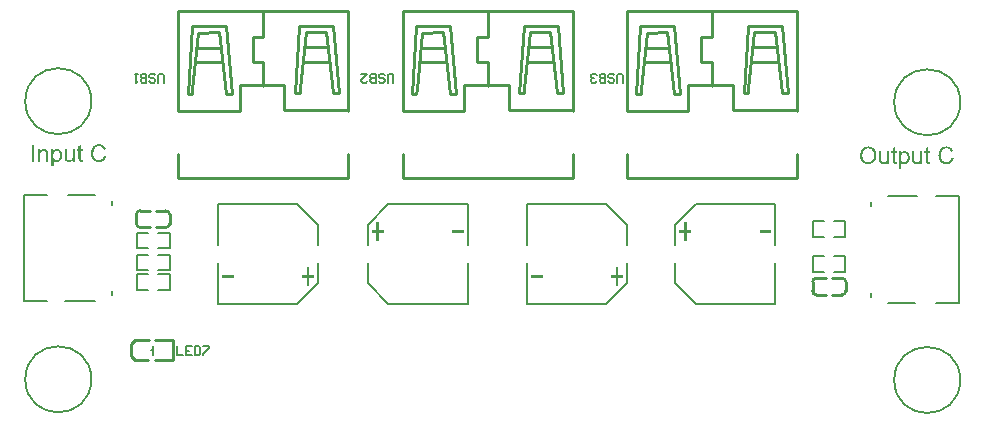
<source format=gto>
G04*
G04 #@! TF.GenerationSoftware,Altium Limited,Altium Designer,19.0.4 (130)*
G04*
G04 Layer_Color=65535*
%FSLAX24Y24*%
%MOIN*%
G70*
G01*
G75*
%ADD10C,0.0059*%
%ADD11C,0.0100*%
%ADD12C,0.0060*%
%ADD13C,0.0080*%
G36*
X39943Y39889D02*
Y39791D01*
X40335D01*
Y39889D01*
X39943D01*
D01*
D02*
G37*
G36*
X42867D02*
X43014D01*
Y39791D01*
X42867D01*
Y39513D01*
X42769D01*
Y39791D01*
X42622D01*
Y39889D01*
X42769D01*
Y40167D01*
X42867D01*
Y39889D01*
D02*
G37*
G36*
X45188Y41392D02*
X45335D01*
Y41294D01*
X45188D01*
Y41017D01*
X45090D01*
Y41294D01*
X44942D01*
Y41392D01*
X45090D01*
Y41670D01*
X45188D01*
Y41392D01*
D02*
G37*
G36*
X48014Y41294D02*
Y41392D01*
X47622D01*
Y41294D01*
X48014D01*
D01*
D02*
G37*
G36*
X50635Y39791D02*
X50243D01*
Y39889D01*
X50635D01*
Y39791D01*
D02*
G37*
G36*
X53167Y39889D02*
X53314D01*
Y39791D01*
X53167D01*
Y39513D01*
X53069D01*
Y39791D01*
X52922D01*
Y39889D01*
X53069D01*
Y40167D01*
X53167D01*
Y39889D01*
D02*
G37*
G36*
X55438Y41392D02*
X55585D01*
Y41294D01*
X55438D01*
Y41017D01*
X55340D01*
Y41294D01*
X55192D01*
Y41392D01*
X55340D01*
Y41670D01*
X55438D01*
Y41392D01*
D02*
G37*
G36*
X58264Y41294D02*
Y41392D01*
X57872D01*
Y41294D01*
X58264D01*
D01*
D02*
G37*
G36*
X64118Y44178D02*
X64125Y44177D01*
X64133Y44176D01*
X64143Y44175D01*
X64153Y44173D01*
X64164Y44171D01*
X64176Y44168D01*
X64188Y44164D01*
X64200Y44160D01*
X64212Y44155D01*
X64224Y44149D01*
X64236Y44142D01*
X64247Y44135D01*
X64247Y44134D01*
X64250Y44132D01*
X64252Y44130D01*
X64256Y44127D01*
X64261Y44122D01*
X64266Y44117D01*
X64272Y44110D01*
X64279Y44103D01*
X64286Y44094D01*
X64293Y44086D01*
X64299Y44076D01*
X64306Y44064D01*
X64313Y44053D01*
X64319Y44040D01*
X64324Y44027D01*
X64329Y44012D01*
X64254Y43995D01*
Y43995D01*
X64253Y43998D01*
X64252Y44001D01*
X64250Y44005D01*
X64249Y44010D01*
X64246Y44016D01*
X64243Y44022D01*
X64240Y44029D01*
X64231Y44044D01*
X64221Y44059D01*
X64210Y44073D01*
X64203Y44079D01*
X64196Y44085D01*
X64196Y44086D01*
X64195Y44086D01*
X64192Y44088D01*
X64190Y44089D01*
X64186Y44092D01*
X64181Y44094D01*
X64176Y44097D01*
X64170Y44099D01*
X64164Y44102D01*
X64157Y44105D01*
X64149Y44107D01*
X64140Y44110D01*
X64122Y44113D01*
X64112Y44113D01*
X64102Y44114D01*
X64095D01*
X64090Y44113D01*
X64085Y44113D01*
X64078Y44112D01*
X64071Y44111D01*
X64063Y44110D01*
X64045Y44106D01*
X64036Y44104D01*
X64027Y44101D01*
X64018Y44097D01*
X64008Y44093D01*
X64000Y44088D01*
X63991Y44082D01*
X63991Y44082D01*
X63990Y44081D01*
X63987Y44079D01*
X63984Y44077D01*
X63981Y44073D01*
X63976Y44069D01*
X63972Y44065D01*
X63967Y44060D01*
X63962Y44054D01*
X63957Y44048D01*
X63952Y44040D01*
X63947Y44033D01*
X63942Y44025D01*
X63937Y44016D01*
X63933Y44007D01*
X63929Y43997D01*
Y43996D01*
X63929Y43995D01*
X63928Y43992D01*
X63927Y43988D01*
X63925Y43983D01*
X63924Y43977D01*
X63922Y43971D01*
X63920Y43964D01*
X63919Y43956D01*
X63917Y43947D01*
X63914Y43928D01*
X63912Y43908D01*
X63912Y43888D01*
Y43887D01*
Y43884D01*
Y43881D01*
X63912Y43876D01*
Y43869D01*
X63913Y43862D01*
X63913Y43854D01*
X63914Y43844D01*
X63915Y43835D01*
X63917Y43825D01*
X63920Y43803D01*
X63925Y43781D01*
X63933Y43760D01*
Y43760D01*
X63934Y43758D01*
X63935Y43755D01*
X63937Y43751D01*
X63939Y43747D01*
X63942Y43742D01*
X63949Y43730D01*
X63958Y43717D01*
X63969Y43703D01*
X63983Y43691D01*
X63991Y43685D01*
X63998Y43679D01*
X63999Y43679D01*
X64001Y43678D01*
X64003Y43677D01*
X64006Y43676D01*
X64010Y43673D01*
X64015Y43671D01*
X64021Y43669D01*
X64027Y43666D01*
X64034Y43664D01*
X64042Y43661D01*
X64058Y43657D01*
X64076Y43654D01*
X64086Y43653D01*
X64095Y43653D01*
X64102D01*
X64106Y43653D01*
X64112Y43654D01*
X64118Y43654D01*
X64125Y43656D01*
X64133Y43657D01*
X64149Y43662D01*
X64158Y43664D01*
X64168Y43668D01*
X64177Y43672D01*
X64186Y43677D01*
X64195Y43683D01*
X64203Y43689D01*
X64203Y43690D01*
X64205Y43691D01*
X64207Y43693D01*
X64210Y43696D01*
X64213Y43700D01*
X64218Y43705D01*
X64222Y43710D01*
X64227Y43716D01*
X64232Y43724D01*
X64237Y43732D01*
X64242Y43741D01*
X64247Y43750D01*
X64251Y43761D01*
X64255Y43773D01*
X64259Y43785D01*
X64262Y43798D01*
X64338Y43779D01*
Y43778D01*
X64337Y43775D01*
X64335Y43770D01*
X64334Y43764D01*
X64331Y43756D01*
X64328Y43747D01*
X64323Y43737D01*
X64319Y43726D01*
X64313Y43715D01*
X64307Y43703D01*
X64300Y43691D01*
X64292Y43679D01*
X64283Y43668D01*
X64274Y43657D01*
X64264Y43646D01*
X64252Y43637D01*
X64252Y43636D01*
X64250Y43634D01*
X64246Y43632D01*
X64241Y43629D01*
X64235Y43625D01*
X64228Y43622D01*
X64220Y43617D01*
X64211Y43613D01*
X64200Y43608D01*
X64188Y43604D01*
X64176Y43599D01*
X64163Y43596D01*
X64148Y43593D01*
X64134Y43590D01*
X64118Y43589D01*
X64102Y43588D01*
X64093D01*
X64086Y43589D01*
X64078Y43589D01*
X64069Y43590D01*
X64059Y43591D01*
X64048Y43593D01*
X64036Y43595D01*
X64024Y43597D01*
X64012Y43600D01*
X63999Y43604D01*
X63987Y43608D01*
X63974Y43613D01*
X63962Y43619D01*
X63951Y43625D01*
X63951Y43626D01*
X63949Y43627D01*
X63946Y43629D01*
X63942Y43633D01*
X63937Y43636D01*
X63932Y43641D01*
X63925Y43647D01*
X63919Y43653D01*
X63912Y43661D01*
X63904Y43668D01*
X63897Y43677D01*
X63890Y43687D01*
X63883Y43698D01*
X63876Y43709D01*
X63870Y43721D01*
X63864Y43734D01*
X63863Y43735D01*
X63863Y43737D01*
X63861Y43741D01*
X63859Y43746D01*
X63857Y43753D01*
X63854Y43761D01*
X63851Y43770D01*
X63849Y43780D01*
X63846Y43791D01*
X63843Y43803D01*
X63841Y43815D01*
X63838Y43829D01*
X63836Y43843D01*
X63835Y43857D01*
X63834Y43872D01*
X63834Y43887D01*
Y43888D01*
Y43891D01*
Y43896D01*
X63834Y43902D01*
X63835Y43910D01*
X63835Y43919D01*
X63836Y43929D01*
X63838Y43940D01*
X63840Y43952D01*
X63842Y43964D01*
X63845Y43977D01*
X63848Y43990D01*
X63852Y44004D01*
X63856Y44017D01*
X63861Y44030D01*
X63868Y44043D01*
X63868Y44043D01*
X63869Y44045D01*
X63871Y44049D01*
X63874Y44054D01*
X63878Y44059D01*
X63881Y44065D01*
X63886Y44073D01*
X63893Y44081D01*
X63899Y44088D01*
X63906Y44097D01*
X63914Y44105D01*
X63923Y44113D01*
X63932Y44122D01*
X63942Y44130D01*
X63953Y44137D01*
X63964Y44144D01*
X63965Y44145D01*
X63967Y44146D01*
X63971Y44147D01*
X63976Y44150D01*
X63981Y44152D01*
X63988Y44155D01*
X63996Y44158D01*
X64006Y44161D01*
X64015Y44165D01*
X64026Y44167D01*
X64037Y44171D01*
X64050Y44173D01*
X64063Y44175D01*
X64075Y44177D01*
X64089Y44178D01*
X64103Y44179D01*
X64112D01*
X64118Y44178D01*
D02*
G37*
G36*
X62709Y44020D02*
X62713D01*
X62719Y44019D01*
X62725Y44019D01*
X62732Y44018D01*
X62746Y44014D01*
X62762Y44009D01*
X62770Y44006D01*
X62778Y44003D01*
X62785Y43999D01*
X62793Y43994D01*
X62794Y43993D01*
X62795Y43993D01*
X62797Y43991D01*
X62800Y43989D01*
X62803Y43986D01*
X62807Y43983D01*
X62811Y43979D01*
X62816Y43974D01*
X62821Y43969D01*
X62826Y43963D01*
X62831Y43956D01*
X62836Y43950D01*
X62841Y43942D01*
X62846Y43934D01*
X62854Y43916D01*
Y43916D01*
X62855Y43914D01*
X62857Y43911D01*
X62858Y43907D01*
X62859Y43903D01*
X62861Y43897D01*
X62863Y43891D01*
X62865Y43884D01*
X62867Y43876D01*
X62869Y43868D01*
X62871Y43859D01*
X62872Y43849D01*
X62874Y43829D01*
X62876Y43808D01*
Y43807D01*
Y43805D01*
Y43801D01*
X62875Y43797D01*
Y43791D01*
X62874Y43785D01*
X62874Y43778D01*
X62873Y43770D01*
X62872Y43761D01*
X62870Y43752D01*
X62866Y43732D01*
X62860Y43712D01*
X62853Y43693D01*
Y43692D01*
X62852Y43691D01*
X62850Y43688D01*
X62848Y43685D01*
X62846Y43680D01*
X62843Y43676D01*
X62836Y43664D01*
X62827Y43652D01*
X62815Y43639D01*
X62802Y43626D01*
X62786Y43615D01*
X62786Y43614D01*
X62785Y43614D01*
X62782Y43613D01*
X62779Y43611D01*
X62775Y43609D01*
X62770Y43607D01*
X62765Y43604D01*
X62759Y43602D01*
X62752Y43599D01*
X62745Y43597D01*
X62730Y43593D01*
X62713Y43589D01*
X62704Y43589D01*
X62695Y43588D01*
X62689D01*
X62686Y43589D01*
X62682D01*
X62674Y43590D01*
X62664Y43591D01*
X62654Y43594D01*
X62643Y43598D01*
X62632Y43603D01*
X62632D01*
X62631Y43603D01*
X62628Y43605D01*
X62623Y43608D01*
X62616Y43613D01*
X62609Y43618D01*
X62601Y43624D01*
X62594Y43632D01*
X62586Y43640D01*
Y43439D01*
X62516D01*
Y44011D01*
X62580D01*
Y43958D01*
X62581Y43959D01*
X62583Y43960D01*
X62584Y43962D01*
X62589Y43969D01*
X62595Y43975D01*
X62603Y43983D01*
X62611Y43991D01*
X62620Y43998D01*
X62631Y44005D01*
X62632D01*
X62632Y44005D01*
X62634Y44006D01*
X62636Y44008D01*
X62639Y44009D01*
X62642Y44010D01*
X62651Y44013D01*
X62661Y44016D01*
X62672Y44019D01*
X62686Y44020D01*
X62700Y44021D01*
X62705D01*
X62709Y44020D01*
D02*
G37*
G36*
X63293Y43598D02*
X63230D01*
Y43658D01*
X63230Y43657D01*
X63228Y43655D01*
X63225Y43651D01*
X63221Y43647D01*
X63216Y43642D01*
X63211Y43636D01*
X63204Y43629D01*
X63196Y43623D01*
X63187Y43617D01*
X63177Y43610D01*
X63166Y43604D01*
X63155Y43599D01*
X63142Y43595D01*
X63129Y43591D01*
X63114Y43589D01*
X63099Y43588D01*
X63093D01*
X63090Y43589D01*
X63086D01*
X63077Y43590D01*
X63067Y43591D01*
X63055Y43594D01*
X63043Y43598D01*
X63031Y43602D01*
X63030D01*
X63030Y43603D01*
X63028Y43604D01*
X63026Y43605D01*
X63020Y43608D01*
X63013Y43612D01*
X63005Y43617D01*
X62998Y43623D01*
X62990Y43629D01*
X62984Y43637D01*
X62983Y43638D01*
X62981Y43641D01*
X62979Y43646D01*
X62975Y43652D01*
X62972Y43659D01*
X62969Y43668D01*
X62965Y43678D01*
X62962Y43689D01*
Y43690D01*
X62962Y43693D01*
X62961Y43698D01*
X62961Y43705D01*
X62960Y43715D01*
X62959Y43726D01*
X62959Y43739D01*
Y43755D01*
Y44011D01*
X63029D01*
Y43781D01*
Y43781D01*
Y43779D01*
Y43776D01*
Y43773D01*
Y43768D01*
Y43763D01*
X63029Y43751D01*
X63030Y43739D01*
X63030Y43727D01*
X63031Y43721D01*
X63032Y43716D01*
X63032Y43711D01*
X63033Y43707D01*
Y43707D01*
X63033Y43706D01*
X63034Y43703D01*
X63036Y43698D01*
X63039Y43692D01*
X63043Y43685D01*
X63047Y43677D01*
X63053Y43670D01*
X63060Y43664D01*
X63062Y43663D01*
X63064Y43662D01*
X63069Y43659D01*
X63075Y43656D01*
X63083Y43653D01*
X63092Y43651D01*
X63102Y43649D01*
X63113Y43648D01*
X63119D01*
X63125Y43649D01*
X63132Y43651D01*
X63141Y43652D01*
X63151Y43655D01*
X63161Y43659D01*
X63172Y43664D01*
X63172D01*
X63173Y43665D01*
X63176Y43667D01*
X63181Y43671D01*
X63187Y43676D01*
X63194Y43682D01*
X63200Y43690D01*
X63206Y43698D01*
X63211Y43708D01*
Y43709D01*
X63212Y43710D01*
X63213Y43711D01*
X63213Y43713D01*
X63214Y43717D01*
X63215Y43720D01*
X63216Y43724D01*
X63218Y43729D01*
X63218Y43735D01*
X63219Y43740D01*
X63220Y43747D01*
X63221Y43754D01*
X63222Y43762D01*
X63223Y43771D01*
X63223Y43780D01*
Y43789D01*
Y44011D01*
X63293D01*
Y43598D01*
D02*
G37*
G36*
X62185D02*
X62122D01*
Y43658D01*
X62121Y43657D01*
X62120Y43655D01*
X62117Y43651D01*
X62113Y43647D01*
X62108Y43642D01*
X62102Y43636D01*
X62095Y43629D01*
X62087Y43623D01*
X62078Y43617D01*
X62068Y43610D01*
X62058Y43604D01*
X62046Y43599D01*
X62034Y43595D01*
X62021Y43591D01*
X62006Y43589D01*
X61991Y43588D01*
X61985D01*
X61982Y43589D01*
X61978D01*
X61969Y43590D01*
X61958Y43591D01*
X61946Y43594D01*
X61935Y43598D01*
X61923Y43602D01*
X61922D01*
X61921Y43603D01*
X61920Y43604D01*
X61918Y43605D01*
X61912Y43608D01*
X61905Y43612D01*
X61897Y43617D01*
X61889Y43623D01*
X61882Y43629D01*
X61875Y43637D01*
X61875Y43638D01*
X61873Y43641D01*
X61870Y43646D01*
X61867Y43652D01*
X61863Y43659D01*
X61860Y43668D01*
X61857Y43678D01*
X61854Y43689D01*
Y43690D01*
X61853Y43693D01*
X61853Y43698D01*
X61852Y43705D01*
X61851Y43715D01*
X61851Y43726D01*
X61850Y43739D01*
Y43755D01*
Y44011D01*
X61920D01*
Y43781D01*
Y43781D01*
Y43779D01*
Y43776D01*
Y43773D01*
Y43768D01*
Y43763D01*
X61921Y43751D01*
X61921Y43739D01*
X61922Y43727D01*
X61923Y43721D01*
X61923Y43716D01*
X61924Y43711D01*
X61924Y43707D01*
Y43707D01*
X61925Y43706D01*
X61926Y43703D01*
X61928Y43698D01*
X61930Y43692D01*
X61934Y43685D01*
X61939Y43677D01*
X61945Y43670D01*
X61952Y43664D01*
X61953Y43663D01*
X61956Y43662D01*
X61960Y43659D01*
X61967Y43656D01*
X61974Y43653D01*
X61984Y43651D01*
X61994Y43649D01*
X62005Y43648D01*
X62011D01*
X62016Y43649D01*
X62024Y43651D01*
X62033Y43652D01*
X62043Y43655D01*
X62053Y43659D01*
X62063Y43664D01*
X62064D01*
X62065Y43665D01*
X62068Y43667D01*
X62073Y43671D01*
X62079Y43676D01*
X62085Y43682D01*
X62092Y43690D01*
X62098Y43698D01*
X62103Y43708D01*
Y43709D01*
X62104Y43710D01*
X62104Y43711D01*
X62105Y43713D01*
X62106Y43717D01*
X62107Y43720D01*
X62108Y43724D01*
X62109Y43729D01*
X62110Y43735D01*
X62111Y43740D01*
X62112Y43747D01*
X62113Y43754D01*
X62114Y43762D01*
X62114Y43771D01*
X62115Y43780D01*
Y43789D01*
Y44011D01*
X62185D01*
Y43598D01*
D02*
G37*
G36*
X63486Y44011D02*
X63556D01*
Y43957D01*
X63486D01*
Y43714D01*
Y43713D01*
Y43713D01*
Y43710D01*
Y43704D01*
X63487Y43698D01*
Y43692D01*
X63488Y43686D01*
X63488Y43680D01*
X63489Y43676D01*
Y43675D01*
X63490Y43674D01*
X63492Y43671D01*
X63496Y43667D01*
X63502Y43662D01*
X63502D01*
X63503Y43662D01*
X63505Y43661D01*
X63508Y43660D01*
X63511Y43659D01*
X63516Y43658D01*
X63520Y43657D01*
X63530D01*
X63533Y43658D01*
X63538D01*
X63543Y43658D01*
X63550Y43659D01*
X63556Y43660D01*
X63566Y43598D01*
X63565D01*
X63563Y43598D01*
X63561Y43597D01*
X63556Y43597D01*
X63548Y43595D01*
X63540Y43594D01*
X63531Y43593D01*
X63522Y43593D01*
X63513Y43592D01*
X63507D01*
X63503Y43593D01*
X63500D01*
X63491Y43594D01*
X63482Y43595D01*
X63472Y43597D01*
X63462Y43600D01*
X63454Y43604D01*
X63453Y43604D01*
X63450Y43606D01*
X63446Y43609D01*
X63442Y43612D01*
X63437Y43617D01*
X63433Y43622D01*
X63428Y43629D01*
X63424Y43636D01*
X63424Y43637D01*
Y43638D01*
X63423Y43639D01*
X63423Y43642D01*
X63421Y43645D01*
X63421Y43649D01*
X63420Y43653D01*
X63419Y43659D01*
X63419Y43664D01*
X63418Y43671D01*
X63417Y43679D01*
X63416Y43687D01*
Y43697D01*
X63416Y43707D01*
Y43718D01*
Y43957D01*
X63364D01*
Y44011D01*
X63416D01*
Y44113D01*
X63486Y44156D01*
Y44011D01*
D02*
G37*
G36*
X62378D02*
X62448D01*
Y43957D01*
X62378D01*
Y43714D01*
Y43713D01*
Y43713D01*
Y43710D01*
Y43704D01*
X62378Y43698D01*
Y43692D01*
X62379Y43686D01*
X62380Y43680D01*
X62381Y43676D01*
Y43675D01*
X62381Y43674D01*
X62384Y43671D01*
X62388Y43667D01*
X62393Y43662D01*
X62394D01*
X62395Y43662D01*
X62397Y43661D01*
X62399Y43660D01*
X62403Y43659D01*
X62407Y43658D01*
X62412Y43657D01*
X62422D01*
X62425Y43658D01*
X62429D01*
X62435Y43658D01*
X62441Y43659D01*
X62448Y43660D01*
X62458Y43598D01*
X62457D01*
X62455Y43598D01*
X62453Y43597D01*
X62447Y43597D01*
X62440Y43595D01*
X62432Y43594D01*
X62423Y43593D01*
X62413Y43593D01*
X62404Y43592D01*
X62398D01*
X62395Y43593D01*
X62392D01*
X62383Y43594D01*
X62373Y43595D01*
X62364Y43597D01*
X62354Y43600D01*
X62345Y43604D01*
X62344Y43604D01*
X62342Y43606D01*
X62338Y43609D01*
X62334Y43612D01*
X62329Y43617D01*
X62324Y43622D01*
X62320Y43629D01*
X62316Y43636D01*
X62315Y43637D01*
Y43638D01*
X62315Y43639D01*
X62314Y43642D01*
X62313Y43645D01*
X62312Y43649D01*
X62312Y43653D01*
X62311Y43659D01*
X62310Y43664D01*
X62310Y43671D01*
X62309Y43679D01*
X62308Y43687D01*
Y43697D01*
X62307Y43707D01*
Y43718D01*
Y43957D01*
X62256D01*
Y44011D01*
X62307D01*
Y44113D01*
X62378Y44156D01*
Y44011D01*
D02*
G37*
G36*
X61504Y44178D02*
X61510Y44177D01*
X61519Y44176D01*
X61528Y44175D01*
X61538Y44174D01*
X61549Y44172D01*
X61560Y44169D01*
X61572Y44166D01*
X61584Y44162D01*
X61596Y44159D01*
X61608Y44153D01*
X61621Y44147D01*
X61633Y44141D01*
X61633Y44140D01*
X61636Y44139D01*
X61639Y44137D01*
X61643Y44134D01*
X61648Y44130D01*
X61655Y44125D01*
X61661Y44120D01*
X61669Y44113D01*
X61676Y44106D01*
X61685Y44098D01*
X61692Y44089D01*
X61701Y44080D01*
X61709Y44070D01*
X61716Y44059D01*
X61723Y44047D01*
X61730Y44035D01*
X61730Y44034D01*
X61731Y44032D01*
X61733Y44028D01*
X61735Y44023D01*
X61738Y44016D01*
X61740Y44009D01*
X61743Y44000D01*
X61747Y43990D01*
X61750Y43980D01*
X61753Y43968D01*
X61755Y43955D01*
X61758Y43942D01*
X61760Y43928D01*
X61762Y43913D01*
X61763Y43898D01*
X61763Y43882D01*
Y43881D01*
Y43878D01*
Y43874D01*
X61763Y43868D01*
X61762Y43860D01*
X61762Y43851D01*
X61760Y43841D01*
X61759Y43830D01*
X61757Y43819D01*
X61755Y43806D01*
X61752Y43793D01*
X61748Y43780D01*
X61744Y43766D01*
X61740Y43753D01*
X61734Y43740D01*
X61728Y43727D01*
X61728Y43726D01*
X61726Y43724D01*
X61724Y43720D01*
X61721Y43716D01*
X61718Y43710D01*
X61714Y43703D01*
X61709Y43696D01*
X61702Y43688D01*
X61696Y43680D01*
X61689Y43672D01*
X61680Y43663D01*
X61671Y43654D01*
X61662Y43646D01*
X61651Y43638D01*
X61640Y43630D01*
X61628Y43623D01*
X61628Y43623D01*
X61626Y43622D01*
X61622Y43620D01*
X61617Y43618D01*
X61611Y43615D01*
X61604Y43612D01*
X61596Y43609D01*
X61587Y43606D01*
X61577Y43603D01*
X61567Y43599D01*
X61555Y43597D01*
X61543Y43594D01*
X61530Y43591D01*
X61517Y43590D01*
X61504Y43589D01*
X61490Y43588D01*
X61482D01*
X61476Y43589D01*
X61469Y43589D01*
X61461Y43590D01*
X61452Y43591D01*
X61441Y43593D01*
X61431Y43595D01*
X61419Y43598D01*
X61407Y43600D01*
X61395Y43604D01*
X61382Y43609D01*
X61370Y43614D01*
X61358Y43620D01*
X61345Y43627D01*
X61345Y43627D01*
X61343Y43628D01*
X61339Y43630D01*
X61335Y43634D01*
X61330Y43638D01*
X61324Y43643D01*
X61317Y43648D01*
X61310Y43654D01*
X61302Y43662D01*
X61294Y43669D01*
X61286Y43678D01*
X61278Y43688D01*
X61270Y43698D01*
X61262Y43709D01*
X61256Y43721D01*
X61249Y43733D01*
X61249Y43734D01*
X61248Y43736D01*
X61246Y43740D01*
X61244Y43745D01*
X61242Y43751D01*
X61239Y43758D01*
X61236Y43767D01*
X61233Y43776D01*
X61230Y43786D01*
X61227Y43798D01*
X61224Y43809D01*
X61222Y43822D01*
X61220Y43834D01*
X61218Y43848D01*
X61217Y43862D01*
X61217Y43876D01*
Y43876D01*
Y43877D01*
Y43879D01*
Y43882D01*
X61217Y43885D01*
Y43889D01*
Y43894D01*
X61218Y43899D01*
X61219Y43911D01*
X61221Y43925D01*
X61223Y43940D01*
X61226Y43957D01*
X61230Y43974D01*
X61235Y43993D01*
X61242Y44011D01*
X61249Y44029D01*
X61258Y44048D01*
X61268Y44065D01*
X61280Y44082D01*
X61293Y44098D01*
X61294Y44099D01*
X61296Y44101D01*
X61301Y44105D01*
X61307Y44111D01*
X61314Y44117D01*
X61324Y44123D01*
X61334Y44131D01*
X61347Y44138D01*
X61360Y44146D01*
X61375Y44153D01*
X61391Y44160D01*
X61408Y44166D01*
X61427Y44171D01*
X61447Y44175D01*
X61468Y44177D01*
X61490Y44179D01*
X61498D01*
X61504Y44178D01*
D02*
G37*
G36*
X35868Y44249D02*
X35875Y44248D01*
X35884Y44247D01*
X35893Y44246D01*
X35904Y44244D01*
X35914Y44242D01*
X35926Y44239D01*
X35938Y44235D01*
X35950Y44231D01*
X35962Y44226D01*
X35975Y44220D01*
X35986Y44213D01*
X35997Y44205D01*
X35998Y44205D01*
X36000Y44203D01*
X36003Y44201D01*
X36007Y44198D01*
X36012Y44193D01*
X36017Y44188D01*
X36023Y44181D01*
X36030Y44174D01*
X36036Y44165D01*
X36043Y44156D01*
X36050Y44146D01*
X36056Y44135D01*
X36063Y44124D01*
X36069Y44111D01*
X36074Y44097D01*
X36079Y44083D01*
X36005Y44066D01*
Y44066D01*
X36004Y44068D01*
X36002Y44072D01*
X36001Y44076D01*
X35999Y44081D01*
X35996Y44087D01*
X35994Y44093D01*
X35990Y44100D01*
X35982Y44115D01*
X35972Y44130D01*
X35960Y44144D01*
X35953Y44150D01*
X35947Y44156D01*
X35946Y44156D01*
X35945Y44157D01*
X35943Y44159D01*
X35940Y44160D01*
X35936Y44163D01*
X35932Y44165D01*
X35927Y44168D01*
X35921Y44170D01*
X35914Y44173D01*
X35907Y44176D01*
X35899Y44178D01*
X35891Y44180D01*
X35873Y44184D01*
X35863Y44184D01*
X35852Y44185D01*
X35846D01*
X35841Y44184D01*
X35835Y44184D01*
X35829Y44183D01*
X35821Y44182D01*
X35814Y44181D01*
X35796Y44177D01*
X35787Y44175D01*
X35777Y44171D01*
X35769Y44168D01*
X35759Y44164D01*
X35750Y44159D01*
X35742Y44153D01*
X35741Y44153D01*
X35740Y44151D01*
X35738Y44150D01*
X35735Y44148D01*
X35731Y44144D01*
X35727Y44140D01*
X35722Y44136D01*
X35718Y44131D01*
X35712Y44125D01*
X35707Y44119D01*
X35702Y44111D01*
X35697Y44103D01*
X35692Y44096D01*
X35688Y44087D01*
X35684Y44078D01*
X35680Y44068D01*
Y44067D01*
X35679Y44066D01*
X35678Y44063D01*
X35677Y44059D01*
X35676Y44054D01*
X35674Y44048D01*
X35673Y44042D01*
X35671Y44034D01*
X35669Y44027D01*
X35668Y44018D01*
X35665Y43999D01*
X35663Y43979D01*
X35662Y43959D01*
Y43958D01*
Y43955D01*
Y43951D01*
X35663Y43946D01*
Y43940D01*
X35663Y43933D01*
X35664Y43925D01*
X35665Y43915D01*
X35666Y43906D01*
X35667Y43896D01*
X35671Y43874D01*
X35676Y43852D01*
X35683Y43831D01*
Y43831D01*
X35684Y43829D01*
X35686Y43826D01*
X35687Y43822D01*
X35689Y43818D01*
X35692Y43813D01*
X35699Y43801D01*
X35709Y43788D01*
X35720Y43774D01*
X35733Y43762D01*
X35741Y43756D01*
X35749Y43750D01*
X35750Y43750D01*
X35751Y43749D01*
X35753Y43748D01*
X35757Y43746D01*
X35761Y43744D01*
X35766Y43742D01*
X35771Y43740D01*
X35778Y43737D01*
X35785Y43735D01*
X35792Y43732D01*
X35809Y43728D01*
X35827Y43725D01*
X35836Y43724D01*
X35846Y43724D01*
X35852D01*
X35857Y43724D01*
X35862Y43725D01*
X35868Y43725D01*
X35875Y43726D01*
X35883Y43728D01*
X35900Y43733D01*
X35909Y43735D01*
X35918Y43739D01*
X35927Y43743D01*
X35936Y43748D01*
X35945Y43754D01*
X35953Y43760D01*
X35954Y43760D01*
X35955Y43762D01*
X35958Y43764D01*
X35961Y43767D01*
X35964Y43770D01*
X35968Y43775D01*
X35973Y43781D01*
X35977Y43787D01*
X35982Y43794D01*
X35987Y43803D01*
X35992Y43812D01*
X35997Y43821D01*
X36002Y43832D01*
X36006Y43843D01*
X36010Y43856D01*
X36013Y43868D01*
X36089Y43850D01*
Y43848D01*
X36088Y43846D01*
X36086Y43841D01*
X36084Y43834D01*
X36082Y43827D01*
X36078Y43818D01*
X36074Y43808D01*
X36069Y43797D01*
X36064Y43785D01*
X36058Y43774D01*
X36050Y43762D01*
X36043Y43750D01*
X36034Y43739D01*
X36025Y43728D01*
X36014Y43717D01*
X36003Y43707D01*
X36002Y43707D01*
X36000Y43705D01*
X35997Y43703D01*
X35992Y43700D01*
X35986Y43696D01*
X35979Y43692D01*
X35970Y43688D01*
X35961Y43684D01*
X35951Y43679D01*
X35939Y43675D01*
X35927Y43670D01*
X35913Y43667D01*
X35899Y43663D01*
X35884Y43661D01*
X35868Y43660D01*
X35852Y43659D01*
X35843D01*
X35836Y43660D01*
X35829Y43660D01*
X35820Y43661D01*
X35810Y43662D01*
X35799Y43663D01*
X35787Y43666D01*
X35775Y43668D01*
X35762Y43671D01*
X35750Y43675D01*
X35737Y43679D01*
X35725Y43684D01*
X35713Y43690D01*
X35702Y43696D01*
X35701Y43697D01*
X35699Y43698D01*
X35696Y43700D01*
X35692Y43704D01*
X35687Y43707D01*
X35682Y43712D01*
X35676Y43717D01*
X35669Y43724D01*
X35662Y43731D01*
X35655Y43739D01*
X35648Y43748D01*
X35640Y43758D01*
X35634Y43769D01*
X35626Y43780D01*
X35620Y43792D01*
X35614Y43805D01*
X35614Y43806D01*
X35613Y43808D01*
X35611Y43812D01*
X35610Y43817D01*
X35608Y43824D01*
X35605Y43832D01*
X35602Y43841D01*
X35599Y43851D01*
X35596Y43862D01*
X35594Y43873D01*
X35591Y43886D01*
X35589Y43900D01*
X35587Y43914D01*
X35585Y43928D01*
X35585Y43943D01*
X35584Y43958D01*
Y43959D01*
Y43962D01*
Y43967D01*
X35585Y43973D01*
X35585Y43981D01*
X35586Y43990D01*
X35587Y44000D01*
X35589Y44011D01*
X35590Y44023D01*
X35593Y44035D01*
X35595Y44048D01*
X35599Y44061D01*
X35603Y44075D01*
X35607Y44088D01*
X35612Y44101D01*
X35618Y44114D01*
X35619Y44114D01*
X35620Y44116D01*
X35621Y44120D01*
X35624Y44125D01*
X35628Y44130D01*
X35632Y44136D01*
X35637Y44144D01*
X35643Y44151D01*
X35649Y44159D01*
X35657Y44168D01*
X35665Y44176D01*
X35673Y44184D01*
X35683Y44193D01*
X35693Y44200D01*
X35703Y44208D01*
X35715Y44215D01*
X35716Y44215D01*
X35718Y44217D01*
X35721Y44218D01*
X35726Y44220D01*
X35732Y44223D01*
X35739Y44226D01*
X35747Y44229D01*
X35756Y44232D01*
X35766Y44236D01*
X35776Y44238D01*
X35788Y44242D01*
X35800Y44244D01*
X35813Y44246D01*
X35826Y44248D01*
X35840Y44249D01*
X35854Y44249D01*
X35862D01*
X35868Y44249D01*
D02*
G37*
G36*
X34460Y44091D02*
X34464D01*
X34470Y44090D01*
X34476Y44090D01*
X34482Y44088D01*
X34497Y44085D01*
X34512Y44080D01*
X34520Y44077D01*
X34528Y44073D01*
X34536Y44070D01*
X34544Y44065D01*
X34544Y44064D01*
X34545Y44063D01*
X34548Y44062D01*
X34550Y44060D01*
X34554Y44057D01*
X34558Y44053D01*
X34562Y44049D01*
X34567Y44044D01*
X34572Y44039D01*
X34577Y44034D01*
X34582Y44027D01*
X34587Y44021D01*
X34592Y44013D01*
X34597Y44005D01*
X34605Y43987D01*
Y43987D01*
X34606Y43985D01*
X34607Y43982D01*
X34608Y43978D01*
X34610Y43974D01*
X34612Y43968D01*
X34613Y43962D01*
X34616Y43955D01*
X34618Y43947D01*
X34619Y43939D01*
X34621Y43930D01*
X34623Y43920D01*
X34625Y43900D01*
X34626Y43878D01*
Y43878D01*
Y43876D01*
Y43872D01*
X34626Y43868D01*
Y43862D01*
X34625Y43856D01*
X34624Y43848D01*
X34623Y43841D01*
X34622Y43832D01*
X34621Y43823D01*
X34617Y43803D01*
X34611Y43783D01*
X34603Y43764D01*
Y43763D01*
X34602Y43762D01*
X34601Y43759D01*
X34599Y43755D01*
X34597Y43751D01*
X34594Y43746D01*
X34587Y43735D01*
X34577Y43723D01*
X34566Y43710D01*
X34553Y43697D01*
X34537Y43686D01*
X34536Y43685D01*
X34535Y43685D01*
X34533Y43684D01*
X34530Y43682D01*
X34525Y43680D01*
X34521Y43677D01*
X34515Y43675D01*
X34509Y43672D01*
X34502Y43670D01*
X34496Y43667D01*
X34480Y43663D01*
X34463Y43660D01*
X34455Y43660D01*
X34446Y43659D01*
X34440D01*
X34437Y43660D01*
X34433D01*
X34424Y43661D01*
X34415Y43662D01*
X34404Y43665D01*
X34393Y43668D01*
X34383Y43674D01*
X34382D01*
X34382Y43674D01*
X34378Y43676D01*
X34373Y43679D01*
X34367Y43684D01*
X34359Y43689D01*
X34352Y43695D01*
X34344Y43702D01*
X34337Y43711D01*
Y43510D01*
X34267D01*
Y44082D01*
X34331D01*
Y44029D01*
X34332Y44030D01*
X34333Y44031D01*
X34335Y44033D01*
X34339Y44039D01*
X34345Y44046D01*
X34353Y44054D01*
X34362Y44062D01*
X34371Y44069D01*
X34382Y44076D01*
X34382D01*
X34383Y44076D01*
X34384Y44077D01*
X34387Y44078D01*
X34389Y44080D01*
X34393Y44081D01*
X34401Y44084D01*
X34411Y44087D01*
X34423Y44090D01*
X34436Y44091D01*
X34451Y44092D01*
X34456D01*
X34460Y44091D01*
D02*
G37*
G36*
X34027D02*
X34031D01*
X34041Y44090D01*
X34051Y44088D01*
X34062Y44086D01*
X34075Y44082D01*
X34086Y44078D01*
X34087D01*
X34088Y44077D01*
X34089Y44077D01*
X34091Y44076D01*
X34097Y44072D01*
X34104Y44068D01*
X34111Y44063D01*
X34119Y44057D01*
X34126Y44051D01*
X34133Y44043D01*
X34134Y44042D01*
X34136Y44039D01*
X34139Y44034D01*
X34142Y44028D01*
X34145Y44021D01*
X34149Y44012D01*
X34153Y44002D01*
X34155Y43991D01*
Y43990D01*
X34156Y43987D01*
X34157Y43982D01*
X34157Y43979D01*
X34158Y43975D01*
Y43971D01*
X34158Y43966D01*
Y43960D01*
X34159Y43954D01*
Y43947D01*
X34159Y43940D01*
Y43931D01*
Y43922D01*
Y43668D01*
X34089D01*
Y43920D01*
Y43921D01*
Y43922D01*
Y43924D01*
Y43927D01*
Y43931D01*
X34089Y43935D01*
X34088Y43944D01*
X34087Y43955D01*
X34086Y43965D01*
X34084Y43975D01*
X34081Y43984D01*
X34080Y43985D01*
X34079Y43988D01*
X34077Y43992D01*
X34074Y43997D01*
X34070Y44002D01*
X34065Y44008D01*
X34059Y44013D01*
X34052Y44018D01*
X34051Y44019D01*
X34048Y44021D01*
X34044Y44022D01*
X34038Y44025D01*
X34031Y44027D01*
X34022Y44029D01*
X34013Y44031D01*
X34003Y44031D01*
X33998D01*
X33996Y44031D01*
X33992Y44030D01*
X33987Y44029D01*
X33977Y44028D01*
X33964Y44024D01*
X33952Y44019D01*
X33945Y44015D01*
X33939Y44012D01*
X33932Y44007D01*
X33926Y44002D01*
X33925Y44002D01*
X33925Y44001D01*
X33923Y43999D01*
X33921Y43997D01*
X33919Y43993D01*
X33916Y43989D01*
X33913Y43984D01*
X33910Y43978D01*
X33907Y43972D01*
X33904Y43964D01*
X33901Y43955D01*
X33899Y43945D01*
X33896Y43934D01*
X33895Y43922D01*
X33894Y43909D01*
X33894Y43895D01*
Y43668D01*
X33823D01*
Y44082D01*
X33886D01*
Y44023D01*
X33887Y44024D01*
X33889Y44026D01*
X33891Y44029D01*
X33895Y44034D01*
X33900Y44039D01*
X33905Y44045D01*
X33912Y44051D01*
X33920Y44058D01*
X33929Y44064D01*
X33938Y44070D01*
X33949Y44076D01*
X33961Y44081D01*
X33974Y44086D01*
X33987Y44089D01*
X34002Y44091D01*
X34018Y44092D01*
X34024D01*
X34027Y44091D01*
D02*
G37*
G36*
X35044Y43668D02*
X34981D01*
Y43729D01*
X34980Y43728D01*
X34979Y43726D01*
X34976Y43722D01*
X34972Y43718D01*
X34967Y43712D01*
X34961Y43706D01*
X34954Y43700D01*
X34946Y43694D01*
X34937Y43687D01*
X34927Y43681D01*
X34917Y43675D01*
X34905Y43670D01*
X34893Y43666D01*
X34880Y43662D01*
X34865Y43660D01*
X34850Y43659D01*
X34844D01*
X34841Y43660D01*
X34837D01*
X34828Y43661D01*
X34817Y43662D01*
X34805Y43665D01*
X34794Y43668D01*
X34782Y43673D01*
X34781D01*
X34780Y43674D01*
X34779Y43675D01*
X34777Y43676D01*
X34771Y43679D01*
X34764Y43682D01*
X34756Y43687D01*
X34748Y43694D01*
X34741Y43700D01*
X34734Y43708D01*
X34734Y43709D01*
X34732Y43712D01*
X34729Y43716D01*
X34726Y43723D01*
X34722Y43730D01*
X34719Y43739D01*
X34716Y43749D01*
X34713Y43760D01*
Y43761D01*
X34712Y43764D01*
X34712Y43769D01*
X34711Y43776D01*
X34710Y43785D01*
X34710Y43797D01*
X34709Y43810D01*
Y43826D01*
Y44082D01*
X34779D01*
Y43852D01*
Y43852D01*
Y43850D01*
Y43847D01*
Y43843D01*
Y43839D01*
Y43834D01*
X34780Y43822D01*
X34780Y43810D01*
X34781Y43798D01*
X34782Y43792D01*
X34782Y43787D01*
X34783Y43782D01*
X34783Y43778D01*
Y43778D01*
X34784Y43777D01*
X34785Y43774D01*
X34787Y43769D01*
X34789Y43763D01*
X34793Y43755D01*
X34798Y43748D01*
X34804Y43741D01*
X34811Y43735D01*
X34812Y43734D01*
X34815Y43733D01*
X34819Y43730D01*
X34826Y43727D01*
X34833Y43724D01*
X34843Y43721D01*
X34853Y43720D01*
X34864Y43719D01*
X34870D01*
X34875Y43720D01*
X34883Y43721D01*
X34892Y43723D01*
X34902Y43726D01*
X34912Y43730D01*
X34922Y43735D01*
X34923D01*
X34924Y43736D01*
X34927Y43738D01*
X34932Y43742D01*
X34938Y43747D01*
X34944Y43753D01*
X34951Y43761D01*
X34957Y43769D01*
X34962Y43779D01*
Y43780D01*
X34963Y43780D01*
X34963Y43782D01*
X34964Y43784D01*
X34965Y43788D01*
X34966Y43791D01*
X34967Y43795D01*
X34968Y43800D01*
X34969Y43806D01*
X34970Y43811D01*
X34971Y43818D01*
X34972Y43825D01*
X34973Y43833D01*
X34973Y43842D01*
X34974Y43851D01*
Y43860D01*
Y44082D01*
X35044D01*
Y43668D01*
D02*
G37*
G36*
X33700D02*
X33624D01*
Y44239D01*
X33700D01*
Y43668D01*
D02*
G37*
G36*
X35237Y44082D02*
X35307D01*
Y44028D01*
X35237D01*
Y43785D01*
Y43784D01*
Y43784D01*
Y43780D01*
Y43775D01*
X35237Y43769D01*
Y43763D01*
X35238Y43756D01*
X35239Y43751D01*
X35240Y43746D01*
Y43746D01*
X35240Y43745D01*
X35243Y43741D01*
X35247Y43738D01*
X35252Y43733D01*
X35253D01*
X35254Y43733D01*
X35256Y43731D01*
X35258Y43731D01*
X35262Y43730D01*
X35266Y43729D01*
X35271Y43728D01*
X35281D01*
X35284Y43729D01*
X35288D01*
X35294Y43729D01*
X35300Y43730D01*
X35307Y43731D01*
X35317Y43669D01*
X35316D01*
X35314Y43668D01*
X35312Y43668D01*
X35306Y43667D01*
X35299Y43666D01*
X35291Y43665D01*
X35282Y43664D01*
X35272Y43663D01*
X35263Y43663D01*
X35257D01*
X35254Y43663D01*
X35251D01*
X35242Y43665D01*
X35232Y43666D01*
X35223Y43668D01*
X35213Y43671D01*
X35204Y43675D01*
X35203Y43675D01*
X35201Y43677D01*
X35197Y43680D01*
X35193Y43683D01*
X35188Y43688D01*
X35183Y43693D01*
X35179Y43700D01*
X35175Y43706D01*
X35174Y43707D01*
Y43709D01*
X35174Y43710D01*
X35173Y43713D01*
X35172Y43716D01*
X35171Y43720D01*
X35171Y43724D01*
X35170Y43730D01*
X35169Y43735D01*
X35169Y43742D01*
X35168Y43750D01*
X35167Y43758D01*
Y43768D01*
X35166Y43778D01*
Y43789D01*
Y44028D01*
X35115D01*
Y44082D01*
X35166D01*
Y44184D01*
X35237Y44227D01*
Y44082D01*
D02*
G37*
%LPC*%
G36*
X62693Y43966D02*
X62689D01*
X62686Y43965D01*
X62682Y43965D01*
X62677Y43964D01*
X62672Y43962D01*
X62667Y43961D01*
X62661Y43959D01*
X62654Y43955D01*
X62648Y43952D01*
X62641Y43948D01*
X62634Y43943D01*
X62627Y43937D01*
X62620Y43931D01*
X62614Y43923D01*
X62613Y43923D01*
X62612Y43922D01*
X62610Y43919D01*
X62609Y43916D01*
X62606Y43911D01*
X62603Y43906D01*
X62600Y43900D01*
X62597Y43893D01*
X62594Y43884D01*
X62590Y43876D01*
X62588Y43866D01*
X62585Y43854D01*
X62583Y43843D01*
X62581Y43830D01*
X62580Y43816D01*
X62580Y43801D01*
Y43800D01*
Y43798D01*
Y43794D01*
X62580Y43789D01*
X62581Y43782D01*
X62581Y43774D01*
X62583Y43766D01*
X62584Y43757D01*
X62588Y43737D01*
X62590Y43728D01*
X62594Y43718D01*
X62597Y43708D01*
X62601Y43700D01*
X62607Y43691D01*
X62612Y43683D01*
X62613Y43683D01*
X62614Y43682D01*
X62615Y43680D01*
X62618Y43677D01*
X62621Y43674D01*
X62625Y43672D01*
X62629Y43668D01*
X62634Y43664D01*
X62646Y43658D01*
X62659Y43652D01*
X62666Y43649D01*
X62673Y43647D01*
X62682Y43646D01*
X62690Y43646D01*
X62695D01*
X62698Y43646D01*
X62702Y43647D01*
X62707Y43648D01*
X62712Y43649D01*
X62718Y43651D01*
X62724Y43653D01*
X62730Y43655D01*
X62737Y43658D01*
X62744Y43662D01*
X62750Y43667D01*
X62757Y43672D01*
X62764Y43678D01*
X62770Y43685D01*
X62771Y43686D01*
X62772Y43687D01*
X62774Y43690D01*
X62775Y43692D01*
X62778Y43697D01*
X62781Y43702D01*
X62784Y43708D01*
X62787Y43715D01*
X62790Y43724D01*
X62793Y43732D01*
X62796Y43742D01*
X62799Y43754D01*
X62800Y43765D01*
X62802Y43779D01*
X62803Y43793D01*
X62804Y43808D01*
Y43809D01*
Y43811D01*
Y43815D01*
X62803Y43820D01*
X62803Y43827D01*
X62802Y43835D01*
X62801Y43843D01*
X62800Y43852D01*
X62796Y43871D01*
X62793Y43881D01*
X62790Y43891D01*
X62786Y43901D01*
X62782Y43910D01*
X62776Y43918D01*
X62771Y43926D01*
X62770Y43927D01*
X62769Y43928D01*
X62767Y43930D01*
X62765Y43932D01*
X62762Y43935D01*
X62758Y43938D01*
X62754Y43942D01*
X62749Y43946D01*
X62738Y43954D01*
X62725Y43960D01*
X62717Y43962D01*
X62710Y43964D01*
X62702Y43965D01*
X62693Y43966D01*
D02*
G37*
G36*
X61490Y44113D02*
X61487D01*
X61482Y44113D01*
X61477Y44112D01*
X61470Y44112D01*
X61462Y44111D01*
X61453Y44109D01*
X61443Y44107D01*
X61432Y44103D01*
X61421Y44100D01*
X61410Y44096D01*
X61398Y44090D01*
X61387Y44084D01*
X61375Y44077D01*
X61363Y44068D01*
X61352Y44058D01*
X61352Y44058D01*
X61350Y44055D01*
X61347Y44052D01*
X61343Y44048D01*
X61339Y44042D01*
X61334Y44034D01*
X61329Y44025D01*
X61324Y44015D01*
X61318Y44003D01*
X61313Y43989D01*
X61308Y43974D01*
X61304Y43957D01*
X61300Y43939D01*
X61297Y43920D01*
X61295Y43898D01*
X61295Y43874D01*
Y43874D01*
Y43873D01*
Y43870D01*
X61295Y43864D01*
X61296Y43857D01*
X61296Y43849D01*
X61298Y43839D01*
X61299Y43828D01*
X61301Y43815D01*
X61305Y43803D01*
X61308Y43789D01*
X61313Y43776D01*
X61318Y43762D01*
X61324Y43749D01*
X61332Y43736D01*
X61340Y43724D01*
X61350Y43712D01*
X61350Y43711D01*
X61353Y43709D01*
X61355Y43706D01*
X61360Y43702D01*
X61366Y43698D01*
X61372Y43693D01*
X61379Y43688D01*
X61388Y43682D01*
X61398Y43677D01*
X61408Y43672D01*
X61420Y43667D01*
X61432Y43662D01*
X61445Y43658D01*
X61459Y43656D01*
X61474Y43653D01*
X61489Y43653D01*
X61493D01*
X61498Y43653D01*
X61504Y43654D01*
X61511Y43654D01*
X61519Y43656D01*
X61529Y43658D01*
X61539Y43660D01*
X61550Y43663D01*
X61561Y43667D01*
X61573Y43672D01*
X61585Y43678D01*
X61597Y43685D01*
X61608Y43693D01*
X61620Y43702D01*
X61630Y43712D01*
X61631Y43713D01*
X61632Y43715D01*
X61635Y43718D01*
X61639Y43724D01*
X61643Y43730D01*
X61647Y43737D01*
X61652Y43746D01*
X61658Y43756D01*
X61663Y43768D01*
X61668Y43780D01*
X61672Y43794D01*
X61677Y43809D01*
X61680Y43826D01*
X61683Y43843D01*
X61685Y43862D01*
X61685Y43882D01*
Y43883D01*
Y43886D01*
Y43889D01*
X61685Y43894D01*
Y43900D01*
X61684Y43907D01*
X61683Y43915D01*
X61682Y43923D01*
X61681Y43933D01*
X61680Y43942D01*
X61675Y43963D01*
X61669Y43984D01*
X61666Y43994D01*
X61661Y44004D01*
Y44004D01*
X61660Y44006D01*
X61659Y44009D01*
X61657Y44013D01*
X61655Y44016D01*
X61651Y44022D01*
X61644Y44033D01*
X61634Y44047D01*
X61622Y44060D01*
X61608Y44073D01*
X61601Y44079D01*
X61592Y44084D01*
X61592Y44085D01*
X61590Y44086D01*
X61588Y44087D01*
X61584Y44089D01*
X61580Y44091D01*
X61575Y44093D01*
X61569Y44096D01*
X61563Y44099D01*
X61555Y44102D01*
X61548Y44104D01*
X61539Y44107D01*
X61530Y44109D01*
X61511Y44112D01*
X61501Y44113D01*
X61490Y44113D01*
D02*
G37*
G36*
X34444Y44037D02*
X34440D01*
X34436Y44036D01*
X34432Y44036D01*
X34428Y44034D01*
X34423Y44033D01*
X34417Y44032D01*
X34411Y44029D01*
X34405Y44026D01*
X34398Y44023D01*
X34392Y44019D01*
X34384Y44014D01*
X34378Y44008D01*
X34371Y44002D01*
X34364Y43994D01*
X34364Y43994D01*
X34363Y43993D01*
X34361Y43990D01*
X34359Y43987D01*
X34357Y43982D01*
X34354Y43977D01*
X34350Y43970D01*
X34348Y43964D01*
X34344Y43955D01*
X34341Y43946D01*
X34338Y43936D01*
X34336Y43925D01*
X34334Y43914D01*
X34332Y43901D01*
X34331Y43887D01*
X34330Y43872D01*
Y43871D01*
Y43869D01*
Y43865D01*
X34331Y43860D01*
X34331Y43853D01*
X34332Y43845D01*
X34333Y43837D01*
X34334Y43828D01*
X34338Y43808D01*
X34341Y43799D01*
X34344Y43789D01*
X34348Y43779D01*
X34352Y43770D01*
X34357Y43762D01*
X34363Y43754D01*
X34363Y43754D01*
X34364Y43753D01*
X34366Y43751D01*
X34368Y43748D01*
X34372Y43745D01*
X34375Y43743D01*
X34379Y43739D01*
X34384Y43735D01*
X34396Y43729D01*
X34409Y43723D01*
X34417Y43720D01*
X34424Y43718D01*
X34432Y43717D01*
X34441Y43716D01*
X34445D01*
X34448Y43717D01*
X34452Y43717D01*
X34457Y43719D01*
X34462Y43720D01*
X34468Y43721D01*
X34475Y43724D01*
X34481Y43726D01*
X34487Y43729D01*
X34494Y43733D01*
X34501Y43738D01*
X34508Y43743D01*
X34515Y43749D01*
X34521Y43756D01*
X34521Y43756D01*
X34523Y43758D01*
X34524Y43760D01*
X34526Y43763D01*
X34529Y43768D01*
X34531Y43773D01*
X34534Y43779D01*
X34538Y43786D01*
X34541Y43794D01*
X34544Y43803D01*
X34546Y43813D01*
X34549Y43824D01*
X34551Y43836D01*
X34553Y43850D01*
X34554Y43863D01*
X34554Y43878D01*
Y43880D01*
Y43882D01*
Y43886D01*
X34554Y43891D01*
X34553Y43898D01*
X34553Y43906D01*
X34551Y43914D01*
X34550Y43923D01*
X34546Y43942D01*
X34544Y43952D01*
X34540Y43962D01*
X34536Y43972D01*
X34533Y43980D01*
X34527Y43989D01*
X34521Y43997D01*
X34521Y43998D01*
X34520Y43999D01*
X34518Y44001D01*
X34516Y44003D01*
X34512Y44006D01*
X34509Y44009D01*
X34505Y44013D01*
X34500Y44017D01*
X34489Y44024D01*
X34475Y44031D01*
X34468Y44033D01*
X34460Y44035D01*
X34452Y44036D01*
X34444Y44037D01*
D02*
G37*
%LPD*%
D10*
X64558Y36392D02*
G03*
X64558Y36392I-1100J0D01*
G01*
Y45649D02*
G03*
X64558Y45649I-1100J0D01*
G01*
X35593Y45686D02*
G03*
X35593Y45686I-1100J0D01*
G01*
Y36415D02*
G03*
X35593Y36415I-1100J0D01*
G01*
X63895Y38971D02*
X64503D01*
Y42514D01*
X63895D02*
X64503D01*
X63747Y38971D02*
X63921D01*
X63747Y42514D02*
X63895D01*
X63064D02*
X63134D01*
X62162D02*
X62338D01*
X61572Y42191D02*
Y42314D01*
Y39171D02*
Y39294D01*
X62151Y38971D02*
X62338D01*
Y38971D02*
X63064D01*
X62338Y42514D02*
X63064D01*
X33362Y42563D02*
X33971D01*
X33362Y39020D02*
Y42563D01*
Y39020D02*
X33971D01*
X33945Y42563D02*
X34119D01*
X33971Y39020D02*
X34119D01*
X34732D02*
X34801D01*
X35528D02*
X35703D01*
X36294Y39221D02*
Y39343D01*
Y42240D02*
Y42363D01*
X35528Y42563D02*
X35715D01*
X34801Y42563D02*
X35528D01*
X34801Y39020D02*
X35528D01*
D11*
X59758Y39791D02*
G03*
X59636Y39669I0J-122D01*
G01*
Y39354D02*
G03*
X59758Y39232I122J-0D01*
G01*
X60737Y39667D02*
G03*
X60615Y39789I-122J0D01*
G01*
Y39230D02*
G03*
X60737Y39352I0J122D01*
G01*
X38079Y41476D02*
G03*
X38201Y41598I0J122D01*
G01*
Y41913D02*
G03*
X38079Y42035I-122J0D01*
G01*
X37100Y41601D02*
G03*
X37222Y41479I122J-0D01*
G01*
Y42038D02*
G03*
X37100Y41916I0J-122D01*
G01*
X53443Y43123D02*
X59113D01*
X53443Y45366D02*
Y48680D01*
Y43123D02*
Y43933D01*
X59113Y45366D02*
Y48680D01*
Y43123D02*
Y43933D01*
X57632Y47476D02*
X58432D01*
X53443Y48680D02*
X59113D01*
X56983Y45377D02*
X59109D01*
X56983D02*
Y46212D01*
X55495D02*
X56983D01*
X55495Y45369D02*
Y46212D01*
X53448Y45369D02*
X55495D01*
X53755Y45925D02*
X53904D01*
X53916Y46094D01*
X54103Y47975D01*
X54792Y47979D01*
X54821Y47712D01*
X55022Y45925D01*
X55223Y45923D01*
X55028Y48181D02*
X55223Y45923D01*
X53893Y48186D02*
X55028Y48181D01*
X53755Y45925D02*
X53893Y48186D01*
X56282Y47830D02*
Y48629D01*
X55920Y47830D02*
X56282D01*
X55920Y46995D02*
Y47830D01*
Y46995D02*
X56282D01*
Y46200D02*
Y46995D01*
X57338Y45946D02*
X57488D01*
X57499Y46115D01*
X57686Y47996D01*
X58375Y48000D01*
X58405Y47733D01*
X58605Y45946D01*
X58806Y45944D01*
X58611Y48202D02*
X58806Y45944D01*
X57476Y48207D02*
X58611Y48202D01*
X57338Y45946D02*
X57476Y48207D01*
X54015Y46992D02*
X54904D01*
X54050Y47468D02*
X54849D01*
X57597Y46999D02*
X58487D01*
X45968Y43123D02*
X51638D01*
X45968Y45366D02*
Y48680D01*
Y43123D02*
Y43933D01*
X51638Y45366D02*
Y48680D01*
Y43123D02*
Y43933D01*
X50157Y47476D02*
X50957D01*
X45968Y48680D02*
X51638D01*
X49508Y45377D02*
X51634D01*
X49508D02*
Y46212D01*
X48020D02*
X49508D01*
X48020Y45369D02*
Y46212D01*
X45973Y45369D02*
X48020D01*
X46280Y45925D02*
X46429D01*
X46441Y46094D01*
X46628Y47975D01*
X47317Y47979D01*
X47346Y47712D01*
X47547Y45925D01*
X47748Y45923D01*
X47553Y48181D02*
X47748Y45923D01*
X46418Y48186D02*
X47553Y48181D01*
X46280Y45925D02*
X46418Y48186D01*
X48807Y47830D02*
Y48629D01*
X48445Y47830D02*
X48807D01*
X48445Y46995D02*
Y47830D01*
Y46995D02*
X48807D01*
Y46200D02*
Y46995D01*
X49863Y45946D02*
X50013D01*
X50024Y46115D01*
X50211Y47996D01*
X50900Y48000D01*
X50930Y47733D01*
X51130Y45946D01*
X51331Y45944D01*
X51136Y48202D02*
X51331Y45944D01*
X50001Y48207D02*
X51136Y48202D01*
X49863Y45946D02*
X50001Y48207D01*
X46540Y46992D02*
X47429D01*
X46575Y47468D02*
X47374D01*
X50122Y46999D02*
X51012D01*
X38493Y43123D02*
X44163D01*
X38493Y45366D02*
Y48680D01*
Y43123D02*
Y43933D01*
X44163Y45366D02*
Y48680D01*
Y43123D02*
Y43933D01*
X42682Y47476D02*
X43482D01*
X38493Y48680D02*
X44163D01*
X42033Y45377D02*
X44159D01*
X42033D02*
Y46212D01*
X40545D02*
X42033D01*
X40545Y45369D02*
Y46212D01*
X38498Y45369D02*
X40545D01*
X38805Y45925D02*
X38954D01*
X38966Y46094D01*
X39153Y47975D01*
X39842Y47979D01*
X39871Y47712D01*
X40072Y45925D01*
X40273Y45923D01*
X40078Y48181D02*
X40273Y45923D01*
X38943Y48186D02*
X40078Y48181D01*
X38805Y45925D02*
X38943Y48186D01*
X41332Y47830D02*
Y48629D01*
X40970Y47830D02*
X41332D01*
X40970Y46995D02*
Y47830D01*
Y46995D02*
X41332D01*
Y46200D02*
Y46995D01*
X42388Y45946D02*
X42538D01*
X42549Y46115D01*
X42736Y47996D01*
X43425Y48000D01*
X43455Y47733D01*
X43655Y45946D01*
X43856Y45944D01*
X43661Y48202D02*
X43856Y45944D01*
X42526Y48207D02*
X43661Y48202D01*
X42388Y45946D02*
X42526Y48207D01*
X39065Y46992D02*
X39954D01*
X39100Y47468D02*
X39899D01*
X42647Y46999D02*
X43537D01*
X36904Y37586D02*
X37044Y37726D01*
X36904Y37186D02*
Y37586D01*
Y37186D02*
X37044Y37046D01*
X37494D01*
X37044Y37726D02*
X37504D01*
X37734Y37046D02*
X38314D01*
X37734Y37726D02*
X38314D01*
Y37046D02*
Y37726D01*
X60300Y39789D02*
X60615D01*
X60737Y39352D02*
Y39667D01*
X60300Y39230D02*
X60615D01*
X59758Y39791D02*
X60073D01*
X59758Y39232D02*
X60073D01*
X59636Y39354D02*
Y39669D01*
X37222Y41479D02*
X37537D01*
X37100Y41601D02*
Y41916D01*
X37222Y42038D02*
X37537D01*
X37764Y41476D02*
X38079D01*
X37764Y42035D02*
X38079D01*
X38201Y41598D02*
Y41913D01*
D12*
X37111Y39914D02*
X37489D01*
X37111Y39393D02*
Y39914D01*
Y39393D02*
X37489D01*
X37824Y39914D02*
X38202D01*
Y39393D02*
Y39914D01*
X37824Y39393D02*
X38202D01*
X60354Y39992D02*
X60732D01*
Y40512D01*
X60354D02*
X60732D01*
X59641Y39992D02*
X60019D01*
X59641D02*
Y40512D01*
X60019D01*
X59641Y41692D02*
X60019D01*
X59641Y41171D02*
Y41692D01*
Y41171D02*
X60019D01*
X60354Y41692D02*
X60732D01*
Y41171D02*
Y41692D01*
X60354Y41171D02*
X60732D01*
X37824Y40047D02*
X38202D01*
Y40567D01*
X37824D02*
X38202D01*
X37111Y40047D02*
X37489D01*
X37111D02*
Y40567D01*
X37489D01*
X37111Y41307D02*
X37489D01*
X37111Y40787D02*
Y41307D01*
Y40787D02*
X37489D01*
X37824Y41307D02*
X38202D01*
Y40787D02*
Y41307D01*
X37824Y40787D02*
X38202D01*
X55064Y39611D02*
Y40284D01*
Y39611D02*
X55748Y38928D01*
X58392D01*
Y40284D01*
X55064Y40900D02*
Y41572D01*
X55748Y42256D01*
X58392D01*
Y40900D02*
Y42256D01*
X53442Y40900D02*
Y41572D01*
X52759Y42256D02*
X53442Y41572D01*
X50115Y42256D02*
X52759D01*
X50115Y40900D02*
Y42256D01*
X53442Y39611D02*
Y40284D01*
X52759Y38928D02*
X53442Y39611D01*
X50115Y38928D02*
X52759D01*
X50115D02*
Y40284D01*
X44814Y39611D02*
Y40284D01*
Y39611D02*
X45498Y38928D01*
X48142D01*
Y40284D01*
X44814Y40900D02*
Y41572D01*
X45498Y42256D01*
X48142D01*
Y40900D02*
Y42256D01*
X43142Y40900D02*
Y41572D01*
X42459Y42256D02*
X43142Y41572D01*
X39815Y42256D02*
X42459D01*
X39815Y40900D02*
Y42256D01*
X43142Y39611D02*
Y40284D01*
X42459Y38928D02*
X43142Y39611D01*
X39815Y38928D02*
X42459D01*
X39815D02*
Y40284D01*
X38455Y37518D02*
Y37226D01*
X38650D01*
X38942Y37518D02*
X38747D01*
Y37226D01*
X38942D01*
X38747Y37372D02*
X38845D01*
X39039Y37518D02*
Y37226D01*
X39185D01*
X39234Y37275D01*
Y37469D01*
X39185Y37518D01*
X39039D01*
X39331D02*
X39526D01*
Y37469D01*
X39331Y37275D01*
Y37226D01*
X53316Y46300D02*
Y46543D01*
X53267Y46592D01*
X53170D01*
X53121Y46543D01*
Y46300D01*
X52830Y46349D02*
X52878Y46300D01*
X52975D01*
X53024Y46349D01*
Y46397D01*
X52975Y46446D01*
X52878D01*
X52830Y46495D01*
Y46543D01*
X52878Y46592D01*
X52975D01*
X53024Y46543D01*
X52732Y46300D02*
Y46592D01*
X52586D01*
X52538Y46543D01*
Y46495D01*
X52586Y46446D01*
X52732D01*
X52586D01*
X52538Y46397D01*
Y46349D01*
X52586Y46300D01*
X52732D01*
X52440Y46349D02*
X52392Y46300D01*
X52294D01*
X52246Y46349D01*
Y46397D01*
X52294Y46446D01*
X52343D01*
X52294D01*
X52246Y46495D01*
Y46543D01*
X52294Y46592D01*
X52392D01*
X52440Y46543D01*
X45666Y46300D02*
Y46543D01*
X45617Y46592D01*
X45520D01*
X45471Y46543D01*
Y46300D01*
X45180Y46349D02*
X45228Y46300D01*
X45325D01*
X45374Y46349D01*
Y46397D01*
X45325Y46446D01*
X45228D01*
X45180Y46495D01*
Y46543D01*
X45228Y46592D01*
X45325D01*
X45374Y46543D01*
X45082Y46300D02*
Y46592D01*
X44936D01*
X44888Y46543D01*
Y46495D01*
X44936Y46446D01*
X45082D01*
X44936D01*
X44888Y46397D01*
Y46349D01*
X44936Y46300D01*
X45082D01*
X44596Y46592D02*
X44790D01*
X44596Y46397D01*
Y46349D01*
X44644Y46300D01*
X44742D01*
X44790Y46349D01*
X38016Y46300D02*
Y46543D01*
X37967Y46592D01*
X37870D01*
X37821Y46543D01*
Y46300D01*
X37530Y46349D02*
X37578Y46300D01*
X37675D01*
X37724Y46349D01*
Y46397D01*
X37675Y46446D01*
X37578D01*
X37530Y46495D01*
Y46543D01*
X37578Y46592D01*
X37675D01*
X37724Y46543D01*
X37432Y46300D02*
Y46592D01*
X37286D01*
X37238Y46543D01*
Y46495D01*
X37286Y46446D01*
X37432D01*
X37286D01*
X37238Y46397D01*
Y46349D01*
X37286Y46300D01*
X37432D01*
X37140Y46592D02*
X37043D01*
X37092D01*
Y46300D01*
X37140Y46349D01*
D13*
X37580Y37383D02*
X37649D01*
Y37226D02*
Y37536D01*
M02*

</source>
